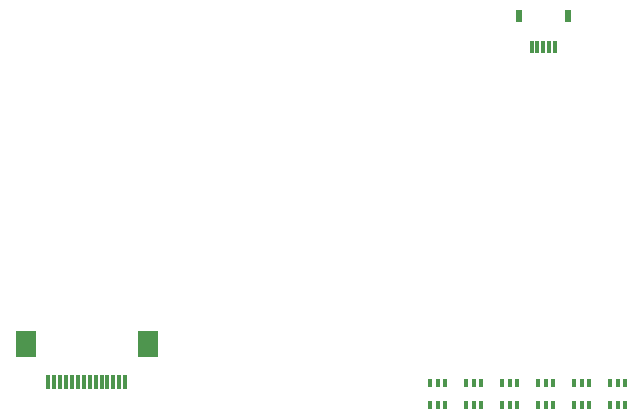
<source format=gbr>
G04 #@! TF.GenerationSoftware,KiCad,Pcbnew,7.0.6*
G04 #@! TF.CreationDate,2023-12-22T13:42:26-08:00*
G04 #@! TF.ProjectId,procon_button_board,70726f63-6f6e-45f6-9275-74746f6e5f62,rev?*
G04 #@! TF.SameCoordinates,Original*
G04 #@! TF.FileFunction,Paste,Bot*
G04 #@! TF.FilePolarity,Positive*
%FSLAX46Y46*%
G04 Gerber Fmt 4.6, Leading zero omitted, Abs format (unit mm)*
G04 Created by KiCad (PCBNEW 7.0.6) date 2023-12-22 13:42:26*
%MOMM*%
%LPD*%
G01*
G04 APERTURE LIST*
%ADD10R,0.400000X0.650000*%
%ADD11R,0.600000X1.000000*%
%ADD12R,0.300000X1.000000*%
%ADD13R,0.300000X1.300000*%
%ADD14R,1.800000X2.200000*%
G04 APERTURE END LIST*
D10*
X147024720Y-165209612D03*
X146374720Y-165209612D03*
X145724720Y-165209612D03*
X145724720Y-163309612D03*
X146374720Y-163309612D03*
X147024720Y-163309612D03*
X137880720Y-165209612D03*
X137230720Y-165209612D03*
X136580720Y-165209612D03*
X136580720Y-163309612D03*
X137230720Y-163309612D03*
X137880720Y-163309612D03*
X140928720Y-165209612D03*
X140278720Y-165209612D03*
X139628720Y-165209612D03*
X139628720Y-163309612D03*
X140278720Y-163309612D03*
X140928720Y-163309612D03*
D11*
X141033000Y-132246000D03*
X145213000Y-132246000D03*
D12*
X142123000Y-134896000D03*
X142623000Y-134896000D03*
X143123000Y-134896000D03*
X143623000Y-134896000D03*
X144123000Y-134896000D03*
D10*
X134832720Y-165209612D03*
X134182720Y-165209612D03*
X133532720Y-165209612D03*
X133532720Y-163309612D03*
X134182720Y-163309612D03*
X134832720Y-163309612D03*
X143976720Y-165209612D03*
X143326720Y-165209612D03*
X142676720Y-165209612D03*
X142676720Y-163309612D03*
X143326720Y-163309612D03*
X143976720Y-163309612D03*
X150072720Y-165209612D03*
X149422720Y-165209612D03*
X148772720Y-165209612D03*
X148772720Y-163309612D03*
X149422720Y-163309612D03*
X150072720Y-163309612D03*
D13*
X101214720Y-163251644D03*
X101714720Y-163251644D03*
X102214720Y-163251644D03*
X102714720Y-163251644D03*
X103214720Y-163251644D03*
X103714720Y-163251644D03*
X104214720Y-163251644D03*
X104714720Y-163251644D03*
X105214720Y-163251644D03*
X105714720Y-163251644D03*
X106214720Y-163251644D03*
X106714720Y-163251644D03*
X107214720Y-163251644D03*
X107714720Y-163251644D03*
D14*
X99314720Y-160001644D03*
X109614720Y-160001644D03*
M02*

</source>
